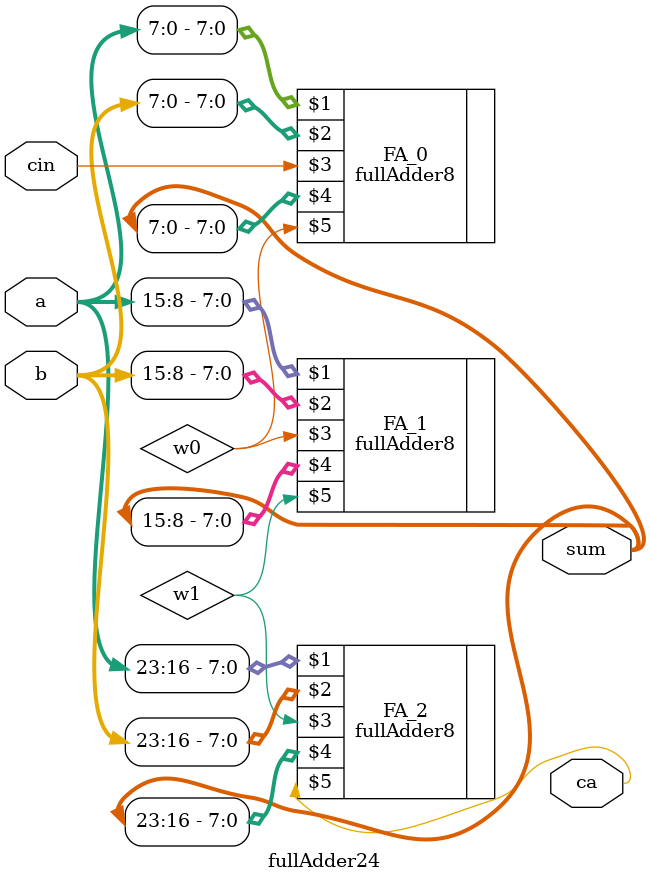
<source format=v>
module fullAdder24 (
    input [23:0]a,
    input [23:0]b,
    input cin,
    output [23:0]sum,
    output ca
);
    wire w0;
    wire w1;

    fullAdder8 FA_0(a[7:0],b[7:0],cin,sum[7:0],w0);
    fullAdder8 FA_1(a[15:8],b[15:8],w0,sum[15:8],w1);
    fullAdder8 FA_2(a[23:16],b[23:16],w1,sum[23:16],ca);

endmodule
</source>
